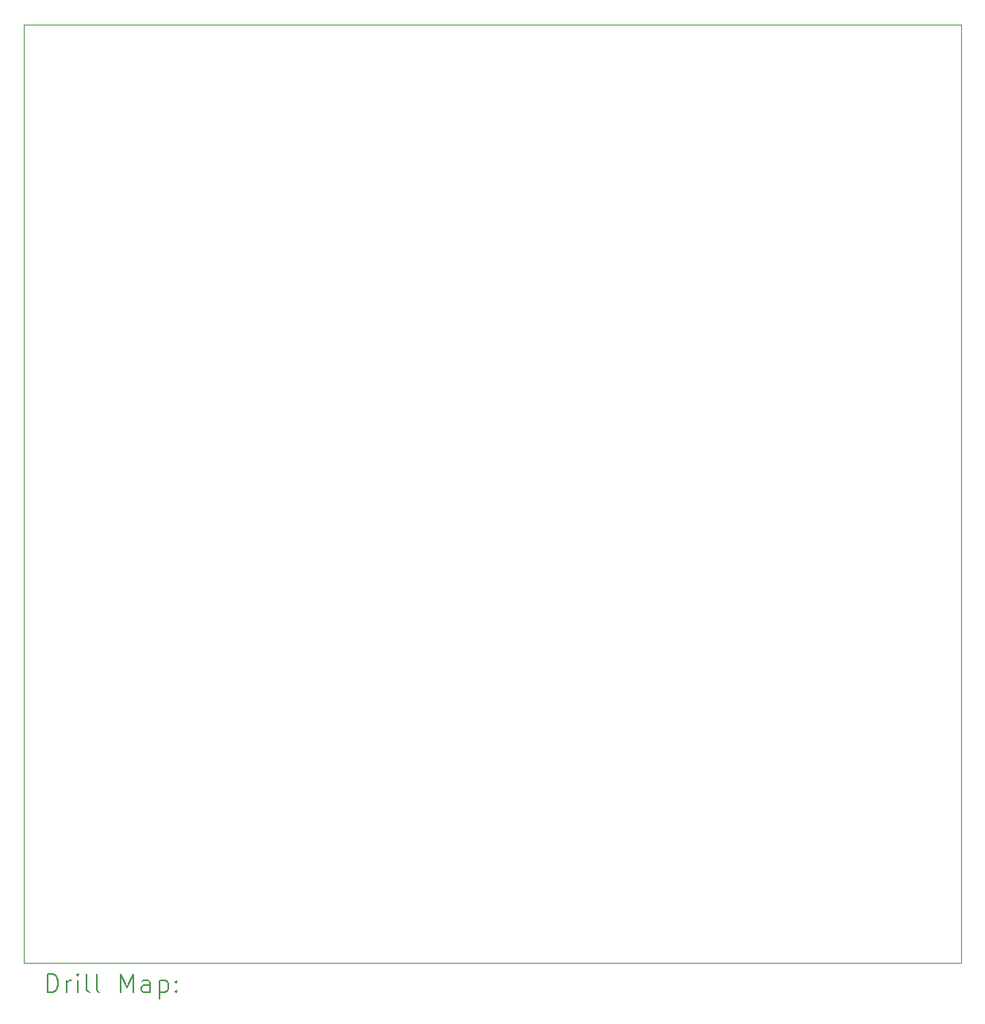
<source format=gbr>
%TF.GenerationSoftware,KiCad,Pcbnew,(6.0.7)*%
%TF.CreationDate,2022-09-16T15:02:01+02:00*%
%TF.ProjectId,Goobyl_da - Kretskort,476f6f62-796c-4e56-9461-202d204b7265,rev?*%
%TF.SameCoordinates,Original*%
%TF.FileFunction,Drillmap*%
%TF.FilePolarity,Positive*%
%FSLAX45Y45*%
G04 Gerber Fmt 4.5, Leading zero omitted, Abs format (unit mm)*
G04 Created by KiCad (PCBNEW (6.0.7)) date 2022-09-16 15:02:01*
%MOMM*%
%LPD*%
G01*
G04 APERTURE LIST*
%ADD10C,0.050000*%
%ADD11C,0.200000*%
G04 APERTURE END LIST*
D10*
X18901000Y-14101000D02*
X8901000Y-14101000D01*
X18901000Y-4101000D02*
X18901000Y-14101000D01*
X8901000Y-4101000D02*
X18901000Y-4101000D01*
X8901000Y-14101000D02*
X8901000Y-4101000D01*
D11*
X9156119Y-14413976D02*
X9156119Y-14213976D01*
X9203738Y-14213976D01*
X9232310Y-14223500D01*
X9251357Y-14242548D01*
X9260881Y-14261595D01*
X9270405Y-14299690D01*
X9270405Y-14328262D01*
X9260881Y-14366357D01*
X9251357Y-14385405D01*
X9232310Y-14404452D01*
X9203738Y-14413976D01*
X9156119Y-14413976D01*
X9356119Y-14413976D02*
X9356119Y-14280643D01*
X9356119Y-14318738D02*
X9365643Y-14299690D01*
X9375167Y-14290167D01*
X9394214Y-14280643D01*
X9413262Y-14280643D01*
X9479929Y-14413976D02*
X9479929Y-14280643D01*
X9479929Y-14213976D02*
X9470405Y-14223500D01*
X9479929Y-14233024D01*
X9489452Y-14223500D01*
X9479929Y-14213976D01*
X9479929Y-14233024D01*
X9603738Y-14413976D02*
X9584690Y-14404452D01*
X9575167Y-14385405D01*
X9575167Y-14213976D01*
X9708500Y-14413976D02*
X9689452Y-14404452D01*
X9679929Y-14385405D01*
X9679929Y-14213976D01*
X9937071Y-14413976D02*
X9937071Y-14213976D01*
X10003738Y-14356833D01*
X10070405Y-14213976D01*
X10070405Y-14413976D01*
X10251357Y-14413976D02*
X10251357Y-14309214D01*
X10241833Y-14290167D01*
X10222786Y-14280643D01*
X10184690Y-14280643D01*
X10165643Y-14290167D01*
X10251357Y-14404452D02*
X10232310Y-14413976D01*
X10184690Y-14413976D01*
X10165643Y-14404452D01*
X10156119Y-14385405D01*
X10156119Y-14366357D01*
X10165643Y-14347309D01*
X10184690Y-14337786D01*
X10232310Y-14337786D01*
X10251357Y-14328262D01*
X10346595Y-14280643D02*
X10346595Y-14480643D01*
X10346595Y-14290167D02*
X10365643Y-14280643D01*
X10403738Y-14280643D01*
X10422786Y-14290167D01*
X10432310Y-14299690D01*
X10441833Y-14318738D01*
X10441833Y-14375881D01*
X10432310Y-14394928D01*
X10422786Y-14404452D01*
X10403738Y-14413976D01*
X10365643Y-14413976D01*
X10346595Y-14404452D01*
X10527548Y-14394928D02*
X10537071Y-14404452D01*
X10527548Y-14413976D01*
X10518024Y-14404452D01*
X10527548Y-14394928D01*
X10527548Y-14413976D01*
X10527548Y-14290167D02*
X10537071Y-14299690D01*
X10527548Y-14309214D01*
X10518024Y-14299690D01*
X10527548Y-14290167D01*
X10527548Y-14309214D01*
M02*

</source>
